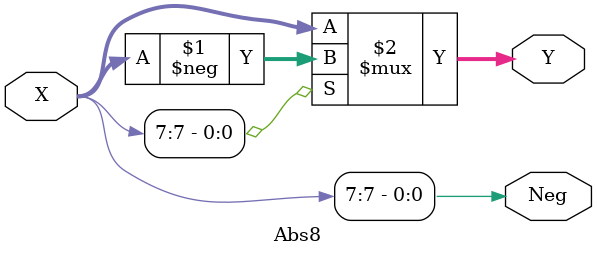
<source format=v>
module Abs8(X,Y,Neg);

	input [7:0] X;
	output [7:0] Y;
	output Neg;
	
	assign Neg = X[7];
	assign Y = Neg ? -X : X;

endmodule

</source>
